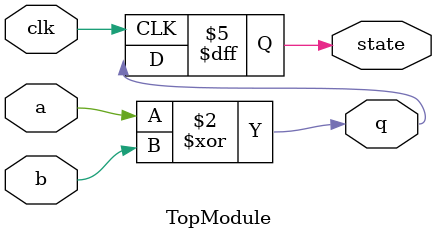
<source format=sv>
module TopModule (
    input logic clk,
    input logic a,
    input logic b,
    output logic q,
    output logic state
);

always @(*) begin
    q = a ^ b;
end

always @(posedge clk) begin
    state <= q;
end

initial begin
    q = 1'bx;
    state = 1'bx;
end

endmodule
</source>
